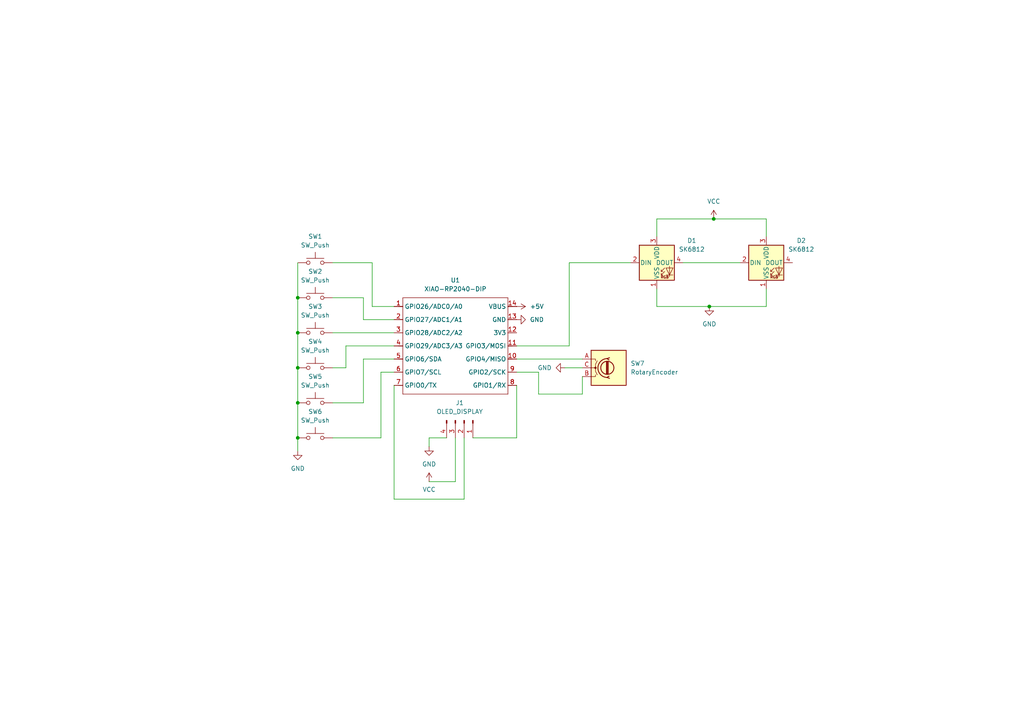
<source format=kicad_sch>
(kicad_sch
	(version 20250114)
	(generator "eeschema")
	(generator_version "9.0")
	(uuid "e04eef5b-2bd1-4446-aae7-5f594dbab82c")
	(paper "A4")
	(lib_symbols
		(symbol "Connector:Conn_01x04_Pin"
			(pin_names
				(offset 1.016)
				(hide yes)
			)
			(exclude_from_sim no)
			(in_bom yes)
			(on_board yes)
			(property "Reference" "J"
				(at 0 5.08 0)
				(effects
					(font
						(size 1.27 1.27)
					)
				)
			)
			(property "Value" "Conn_01x04_Pin"
				(at 0 -7.62 0)
				(effects
					(font
						(size 1.27 1.27)
					)
				)
			)
			(property "Footprint" ""
				(at 0 0 0)
				(effects
					(font
						(size 1.27 1.27)
					)
					(hide yes)
				)
			)
			(property "Datasheet" "~"
				(at 0 0 0)
				(effects
					(font
						(size 1.27 1.27)
					)
					(hide yes)
				)
			)
			(property "Description" "Generic connector, single row, 01x04, script generated"
				(at 0 0 0)
				(effects
					(font
						(size 1.27 1.27)
					)
					(hide yes)
				)
			)
			(property "ki_locked" ""
				(at 0 0 0)
				(effects
					(font
						(size 1.27 1.27)
					)
				)
			)
			(property "ki_keywords" "connector"
				(at 0 0 0)
				(effects
					(font
						(size 1.27 1.27)
					)
					(hide yes)
				)
			)
			(property "ki_fp_filters" "Connector*:*_1x??_*"
				(at 0 0 0)
				(effects
					(font
						(size 1.27 1.27)
					)
					(hide yes)
				)
			)
			(symbol "Conn_01x04_Pin_1_1"
				(rectangle
					(start 0.8636 2.667)
					(end 0 2.413)
					(stroke
						(width 0.1524)
						(type default)
					)
					(fill
						(type outline)
					)
				)
				(rectangle
					(start 0.8636 0.127)
					(end 0 -0.127)
					(stroke
						(width 0.1524)
						(type default)
					)
					(fill
						(type outline)
					)
				)
				(rectangle
					(start 0.8636 -2.413)
					(end 0 -2.667)
					(stroke
						(width 0.1524)
						(type default)
					)
					(fill
						(type outline)
					)
				)
				(rectangle
					(start 0.8636 -4.953)
					(end 0 -5.207)
					(stroke
						(width 0.1524)
						(type default)
					)
					(fill
						(type outline)
					)
				)
				(polyline
					(pts
						(xy 1.27 2.54) (xy 0.8636 2.54)
					)
					(stroke
						(width 0.1524)
						(type default)
					)
					(fill
						(type none)
					)
				)
				(polyline
					(pts
						(xy 1.27 0) (xy 0.8636 0)
					)
					(stroke
						(width 0.1524)
						(type default)
					)
					(fill
						(type none)
					)
				)
				(polyline
					(pts
						(xy 1.27 -2.54) (xy 0.8636 -2.54)
					)
					(stroke
						(width 0.1524)
						(type default)
					)
					(fill
						(type none)
					)
				)
				(polyline
					(pts
						(xy 1.27 -5.08) (xy 0.8636 -5.08)
					)
					(stroke
						(width 0.1524)
						(type default)
					)
					(fill
						(type none)
					)
				)
				(pin passive line
					(at 5.08 2.54 180)
					(length 3.81)
					(name "Pin_1"
						(effects
							(font
								(size 1.27 1.27)
							)
						)
					)
					(number "1"
						(effects
							(font
								(size 1.27 1.27)
							)
						)
					)
				)
				(pin passive line
					(at 5.08 0 180)
					(length 3.81)
					(name "Pin_2"
						(effects
							(font
								(size 1.27 1.27)
							)
						)
					)
					(number "2"
						(effects
							(font
								(size 1.27 1.27)
							)
						)
					)
				)
				(pin passive line
					(at 5.08 -2.54 180)
					(length 3.81)
					(name "Pin_3"
						(effects
							(font
								(size 1.27 1.27)
							)
						)
					)
					(number "3"
						(effects
							(font
								(size 1.27 1.27)
							)
						)
					)
				)
				(pin passive line
					(at 5.08 -5.08 180)
					(length 3.81)
					(name "Pin_4"
						(effects
							(font
								(size 1.27 1.27)
							)
						)
					)
					(number "4"
						(effects
							(font
								(size 1.27 1.27)
							)
						)
					)
				)
			)
			(embedded_fonts no)
		)
		(symbol "Device:RotaryEncoder"
			(pin_names
				(offset 0.254)
				(hide yes)
			)
			(exclude_from_sim no)
			(in_bom yes)
			(on_board yes)
			(property "Reference" "SW"
				(at 0 6.604 0)
				(effects
					(font
						(size 1.27 1.27)
					)
				)
			)
			(property "Value" "RotaryEncoder"
				(at 0 -6.604 0)
				(effects
					(font
						(size 1.27 1.27)
					)
				)
			)
			(property "Footprint" ""
				(at -3.81 4.064 0)
				(effects
					(font
						(size 1.27 1.27)
					)
					(hide yes)
				)
			)
			(property "Datasheet" "~"
				(at 0 6.604 0)
				(effects
					(font
						(size 1.27 1.27)
					)
					(hide yes)
				)
			)
			(property "Description" "Rotary encoder, dual channel, incremental quadrate outputs"
				(at 0 0 0)
				(effects
					(font
						(size 1.27 1.27)
					)
					(hide yes)
				)
			)
			(property "ki_keywords" "rotary switch encoder"
				(at 0 0 0)
				(effects
					(font
						(size 1.27 1.27)
					)
					(hide yes)
				)
			)
			(property "ki_fp_filters" "RotaryEncoder*"
				(at 0 0 0)
				(effects
					(font
						(size 1.27 1.27)
					)
					(hide yes)
				)
			)
			(symbol "RotaryEncoder_0_1"
				(rectangle
					(start -5.08 5.08)
					(end 5.08 -5.08)
					(stroke
						(width 0.254)
						(type default)
					)
					(fill
						(type background)
					)
				)
				(polyline
					(pts
						(xy -5.08 2.54) (xy -3.81 2.54) (xy -3.81 2.032)
					)
					(stroke
						(width 0)
						(type default)
					)
					(fill
						(type none)
					)
				)
				(polyline
					(pts
						(xy -5.08 0) (xy -3.81 0) (xy -3.81 -1.016) (xy -3.302 -2.032)
					)
					(stroke
						(width 0)
						(type default)
					)
					(fill
						(type none)
					)
				)
				(polyline
					(pts
						(xy -5.08 -2.54) (xy -3.81 -2.54) (xy -3.81 -2.032)
					)
					(stroke
						(width 0)
						(type default)
					)
					(fill
						(type none)
					)
				)
				(polyline
					(pts
						(xy -4.318 0) (xy -3.81 0) (xy -3.81 1.016) (xy -3.302 2.032)
					)
					(stroke
						(width 0)
						(type default)
					)
					(fill
						(type none)
					)
				)
				(circle
					(center -3.81 0)
					(radius 0.254)
					(stroke
						(width 0)
						(type default)
					)
					(fill
						(type outline)
					)
				)
				(polyline
					(pts
						(xy -0.635 -1.778) (xy -0.635 1.778)
					)
					(stroke
						(width 0.254)
						(type default)
					)
					(fill
						(type none)
					)
				)
				(circle
					(center -0.381 0)
					(radius 1.905)
					(stroke
						(width 0.254)
						(type default)
					)
					(fill
						(type none)
					)
				)
				(polyline
					(pts
						(xy -0.381 -1.778) (xy -0.381 1.778)
					)
					(stroke
						(width 0.254)
						(type default)
					)
					(fill
						(type none)
					)
				)
				(arc
					(start -0.381 -2.794)
					(mid -3.0988 -0.0635)
					(end -0.381 2.667)
					(stroke
						(width 0.254)
						(type default)
					)
					(fill
						(type none)
					)
				)
				(polyline
					(pts
						(xy -0.127 1.778) (xy -0.127 -1.778)
					)
					(stroke
						(width 0.254)
						(type default)
					)
					(fill
						(type none)
					)
				)
				(polyline
					(pts
						(xy 0.254 2.921) (xy -0.508 2.667) (xy 0.127 2.286)
					)
					(stroke
						(width 0.254)
						(type default)
					)
					(fill
						(type none)
					)
				)
				(polyline
					(pts
						(xy 0.254 -3.048) (xy -0.508 -2.794) (xy 0.127 -2.413)
					)
					(stroke
						(width 0.254)
						(type default)
					)
					(fill
						(type none)
					)
				)
			)
			(symbol "RotaryEncoder_1_1"
				(pin passive line
					(at -7.62 2.54 0)
					(length 2.54)
					(name "A"
						(effects
							(font
								(size 1.27 1.27)
							)
						)
					)
					(number "A"
						(effects
							(font
								(size 1.27 1.27)
							)
						)
					)
				)
				(pin passive line
					(at -7.62 0 0)
					(length 2.54)
					(name "C"
						(effects
							(font
								(size 1.27 1.27)
							)
						)
					)
					(number "C"
						(effects
							(font
								(size 1.27 1.27)
							)
						)
					)
				)
				(pin passive line
					(at -7.62 -2.54 0)
					(length 2.54)
					(name "B"
						(effects
							(font
								(size 1.27 1.27)
							)
						)
					)
					(number "B"
						(effects
							(font
								(size 1.27 1.27)
							)
						)
					)
				)
			)
			(embedded_fonts no)
		)
		(symbol "LED:SK6812"
			(pin_names
				(offset 0.254)
			)
			(exclude_from_sim no)
			(in_bom yes)
			(on_board yes)
			(property "Reference" "D"
				(at 5.08 5.715 0)
				(effects
					(font
						(size 1.27 1.27)
					)
					(justify right bottom)
				)
			)
			(property "Value" "SK6812"
				(at 1.27 -5.715 0)
				(effects
					(font
						(size 1.27 1.27)
					)
					(justify left top)
				)
			)
			(property "Footprint" "LED_SMD:LED_SK6812_PLCC4_5.0x5.0mm_P3.2mm"
				(at 1.27 -7.62 0)
				(effects
					(font
						(size 1.27 1.27)
					)
					(justify left top)
					(hide yes)
				)
			)
			(property "Datasheet" "https://cdn-shop.adafruit.com/product-files/1138/SK6812+LED+datasheet+.pdf"
				(at 2.54 -9.525 0)
				(effects
					(font
						(size 1.27 1.27)
					)
					(justify left top)
					(hide yes)
				)
			)
			(property "Description" "RGB LED with integrated controller"
				(at 0 0 0)
				(effects
					(font
						(size 1.27 1.27)
					)
					(hide yes)
				)
			)
			(property "ki_keywords" "RGB LED NeoPixel addressable"
				(at 0 0 0)
				(effects
					(font
						(size 1.27 1.27)
					)
					(hide yes)
				)
			)
			(property "ki_fp_filters" "LED*SK6812*PLCC*5.0x5.0mm*P3.2mm*"
				(at 0 0 0)
				(effects
					(font
						(size 1.27 1.27)
					)
					(hide yes)
				)
			)
			(symbol "SK6812_0_0"
				(text "RGB"
					(at 2.286 -4.191 0)
					(effects
						(font
							(size 0.762 0.762)
						)
					)
				)
			)
			(symbol "SK6812_0_1"
				(polyline
					(pts
						(xy 1.27 -2.54) (xy 1.778 -2.54)
					)
					(stroke
						(width 0)
						(type default)
					)
					(fill
						(type none)
					)
				)
				(polyline
					(pts
						(xy 1.27 -3.556) (xy 1.778 -3.556)
					)
					(stroke
						(width 0)
						(type default)
					)
					(fill
						(type none)
					)
				)
				(polyline
					(pts
						(xy 2.286 -1.524) (xy 1.27 -2.54) (xy 1.27 -2.032)
					)
					(stroke
						(width 0)
						(type default)
					)
					(fill
						(type none)
					)
				)
				(polyline
					(pts
						(xy 2.286 -2.54) (xy 1.27 -3.556) (xy 1.27 -3.048)
					)
					(stroke
						(width 0)
						(type default)
					)
					(fill
						(type none)
					)
				)
				(polyline
					(pts
						(xy 3.683 -1.016) (xy 3.683 -3.556) (xy 3.683 -4.064)
					)
					(stroke
						(width 0)
						(type default)
					)
					(fill
						(type none)
					)
				)
				(polyline
					(pts
						(xy 4.699 -1.524) (xy 2.667 -1.524) (xy 3.683 -3.556) (xy 4.699 -1.524)
					)
					(stroke
						(width 0)
						(type default)
					)
					(fill
						(type none)
					)
				)
				(polyline
					(pts
						(xy 4.699 -3.556) (xy 2.667 -3.556)
					)
					(stroke
						(width 0)
						(type default)
					)
					(fill
						(type none)
					)
				)
				(rectangle
					(start 5.08 5.08)
					(end -5.08 -5.08)
					(stroke
						(width 0.254)
						(type default)
					)
					(fill
						(type background)
					)
				)
			)
			(symbol "SK6812_1_1"
				(pin input line
					(at -7.62 0 0)
					(length 2.54)
					(name "DIN"
						(effects
							(font
								(size 1.27 1.27)
							)
						)
					)
					(number "2"
						(effects
							(font
								(size 1.27 1.27)
							)
						)
					)
				)
				(pin power_in line
					(at 0 7.62 270)
					(length 2.54)
					(name "VDD"
						(effects
							(font
								(size 1.27 1.27)
							)
						)
					)
					(number "3"
						(effects
							(font
								(size 1.27 1.27)
							)
						)
					)
				)
				(pin power_in line
					(at 0 -7.62 90)
					(length 2.54)
					(name "VSS"
						(effects
							(font
								(size 1.27 1.27)
							)
						)
					)
					(number "1"
						(effects
							(font
								(size 1.27 1.27)
							)
						)
					)
				)
				(pin output line
					(at 7.62 0 180)
					(length 2.54)
					(name "DOUT"
						(effects
							(font
								(size 1.27 1.27)
							)
						)
					)
					(number "4"
						(effects
							(font
								(size 1.27 1.27)
							)
						)
					)
				)
			)
			(embedded_fonts no)
		)
		(symbol "OPL Lib:XIAO-RP2040-DIP"
			(exclude_from_sim no)
			(in_bom yes)
			(on_board yes)
			(property "Reference" "U"
				(at 0 0 0)
				(effects
					(font
						(size 1.27 1.27)
					)
				)
			)
			(property "Value" "XIAO-RP2040-DIP"
				(at 5.334 -1.778 0)
				(effects
					(font
						(size 1.27 1.27)
					)
				)
			)
			(property "Footprint" "Module:MOUDLE14P-XIAO-DIP-SMD"
				(at 14.478 -32.258 0)
				(effects
					(font
						(size 1.27 1.27)
					)
					(hide yes)
				)
			)
			(property "Datasheet" ""
				(at 0 0 0)
				(effects
					(font
						(size 1.27 1.27)
					)
					(hide yes)
				)
			)
			(property "Description" ""
				(at 0 0 0)
				(effects
					(font
						(size 1.27 1.27)
					)
					(hide yes)
				)
			)
			(symbol "XIAO-RP2040-DIP_1_0"
				(polyline
					(pts
						(xy -1.27 -2.54) (xy 29.21 -2.54)
					)
					(stroke
						(width 0.1524)
						(type solid)
					)
					(fill
						(type none)
					)
				)
				(polyline
					(pts
						(xy -1.27 -5.08) (xy -2.54 -5.08)
					)
					(stroke
						(width 0.1524)
						(type solid)
					)
					(fill
						(type none)
					)
				)
				(polyline
					(pts
						(xy -1.27 -5.08) (xy -1.27 -2.54)
					)
					(stroke
						(width 0.1524)
						(type solid)
					)
					(fill
						(type none)
					)
				)
				(polyline
					(pts
						(xy -1.27 -8.89) (xy -2.54 -8.89)
					)
					(stroke
						(width 0.1524)
						(type solid)
					)
					(fill
						(type none)
					)
				)
				(polyline
					(pts
						(xy -1.27 -8.89) (xy -1.27 -5.08)
					)
					(stroke
						(width 0.1524)
						(type solid)
					)
					(fill
						(type none)
					)
				)
				(polyline
					(pts
						(xy -1.27 -12.7) (xy -2.54 -12.7)
					)
					(stroke
						(width 0.1524)
						(type solid)
					)
					(fill
						(type none)
					)
				)
				(polyline
					(pts
						(xy -1.27 -12.7) (xy -1.27 -8.89)
					)
					(stroke
						(width 0.1524)
						(type solid)
					)
					(fill
						(type none)
					)
				)
				(polyline
					(pts
						(xy -1.27 -16.51) (xy -2.54 -16.51)
					)
					(stroke
						(width 0.1524)
						(type solid)
					)
					(fill
						(type none)
					)
				)
				(polyline
					(pts
						(xy -1.27 -16.51) (xy -1.27 -12.7)
					)
					(stroke
						(width 0.1524)
						(type solid)
					)
					(fill
						(type none)
					)
				)
				(polyline
					(pts
						(xy -1.27 -20.32) (xy -2.54 -20.32)
					)
					(stroke
						(width 0.1524)
						(type solid)
					)
					(fill
						(type none)
					)
				)
				(polyline
					(pts
						(xy -1.27 -24.13) (xy -2.54 -24.13)
					)
					(stroke
						(width 0.1524)
						(type solid)
					)
					(fill
						(type none)
					)
				)
				(polyline
					(pts
						(xy -1.27 -27.94) (xy -2.54 -27.94)
					)
					(stroke
						(width 0.1524)
						(type solid)
					)
					(fill
						(type none)
					)
				)
				(polyline
					(pts
						(xy -1.27 -30.48) (xy -1.27 -16.51)
					)
					(stroke
						(width 0.1524)
						(type solid)
					)
					(fill
						(type none)
					)
				)
				(polyline
					(pts
						(xy 29.21 -2.54) (xy 29.21 -5.08)
					)
					(stroke
						(width 0.1524)
						(type solid)
					)
					(fill
						(type none)
					)
				)
				(polyline
					(pts
						(xy 29.21 -5.08) (xy 29.21 -8.89)
					)
					(stroke
						(width 0.1524)
						(type solid)
					)
					(fill
						(type none)
					)
				)
				(polyline
					(pts
						(xy 29.21 -8.89) (xy 29.21 -12.7)
					)
					(stroke
						(width 0.1524)
						(type solid)
					)
					(fill
						(type none)
					)
				)
				(polyline
					(pts
						(xy 29.21 -12.7) (xy 29.21 -30.48)
					)
					(stroke
						(width 0.1524)
						(type solid)
					)
					(fill
						(type none)
					)
				)
				(polyline
					(pts
						(xy 29.21 -30.48) (xy -1.27 -30.48)
					)
					(stroke
						(width 0.1524)
						(type solid)
					)
					(fill
						(type none)
					)
				)
				(polyline
					(pts
						(xy 30.48 -5.08) (xy 29.21 -5.08)
					)
					(stroke
						(width 0.1524)
						(type solid)
					)
					(fill
						(type none)
					)
				)
				(polyline
					(pts
						(xy 30.48 -8.89) (xy 29.21 -8.89)
					)
					(stroke
						(width 0.1524)
						(type solid)
					)
					(fill
						(type none)
					)
				)
				(polyline
					(pts
						(xy 30.48 -12.7) (xy 29.21 -12.7)
					)
					(stroke
						(width 0.1524)
						(type solid)
					)
					(fill
						(type none)
					)
				)
				(polyline
					(pts
						(xy 30.48 -16.51) (xy 29.21 -16.51)
					)
					(stroke
						(width 0.1524)
						(type solid)
					)
					(fill
						(type none)
					)
				)
				(polyline
					(pts
						(xy 30.48 -20.32) (xy 29.21 -20.32)
					)
					(stroke
						(width 0.1524)
						(type solid)
					)
					(fill
						(type none)
					)
				)
				(polyline
					(pts
						(xy 30.48 -24.13) (xy 29.21 -24.13)
					)
					(stroke
						(width 0.1524)
						(type solid)
					)
					(fill
						(type none)
					)
				)
				(polyline
					(pts
						(xy 30.48 -27.94) (xy 29.21 -27.94)
					)
					(stroke
						(width 0.1524)
						(type solid)
					)
					(fill
						(type none)
					)
				)
				(pin passive line
					(at -3.81 -5.08 0)
					(length 2.54)
					(name "GPIO26/ADC0/A0"
						(effects
							(font
								(size 1.27 1.27)
							)
						)
					)
					(number "1"
						(effects
							(font
								(size 1.27 1.27)
							)
						)
					)
				)
				(pin passive line
					(at -3.81 -8.89 0)
					(length 2.54)
					(name "GPIO27/ADC1/A1"
						(effects
							(font
								(size 1.27 1.27)
							)
						)
					)
					(number "2"
						(effects
							(font
								(size 1.27 1.27)
							)
						)
					)
				)
				(pin passive line
					(at -3.81 -12.7 0)
					(length 2.54)
					(name "GPIO28/ADC2/A2"
						(effects
							(font
								(size 1.27 1.27)
							)
						)
					)
					(number "3"
						(effects
							(font
								(size 1.27 1.27)
							)
						)
					)
				)
				(pin passive line
					(at -3.81 -16.51 0)
					(length 2.54)
					(name "GPIO29/ADC3/A3"
						(effects
							(font
								(size 1.27 1.27)
							)
						)
					)
					(number "4"
						(effects
							(font
								(size 1.27 1.27)
							)
						)
					)
				)
				(pin passive line
					(at -3.81 -20.32 0)
					(length 2.54)
					(name "GPIO6/SDA"
						(effects
							(font
								(size 1.27 1.27)
							)
						)
					)
					(number "5"
						(effects
							(font
								(size 1.27 1.27)
							)
						)
					)
				)
				(pin passive line
					(at -3.81 -24.13 0)
					(length 2.54)
					(name "GPIO7/SCL"
						(effects
							(font
								(size 1.27 1.27)
							)
						)
					)
					(number "6"
						(effects
							(font
								(size 1.27 1.27)
							)
						)
					)
				)
				(pin passive line
					(at -3.81 -27.94 0)
					(length 2.54)
					(name "GPIO0/TX"
						(effects
							(font
								(size 1.27 1.27)
							)
						)
					)
					(number "7"
						(effects
							(font
								(size 1.27 1.27)
							)
						)
					)
				)
				(pin passive line
					(at 31.75 -5.08 180)
					(length 2.54)
					(name "VBUS"
						(effects
							(font
								(size 1.27 1.27)
							)
						)
					)
					(number "14"
						(effects
							(font
								(size 1.27 1.27)
							)
						)
					)
				)
				(pin passive line
					(at 31.75 -8.89 180)
					(length 2.54)
					(name "GND"
						(effects
							(font
								(size 1.27 1.27)
							)
						)
					)
					(number "13"
						(effects
							(font
								(size 1.27 1.27)
							)
						)
					)
				)
				(pin passive line
					(at 31.75 -12.7 180)
					(length 2.54)
					(name "3V3"
						(effects
							(font
								(size 1.27 1.27)
							)
						)
					)
					(number "12"
						(effects
							(font
								(size 1.27 1.27)
							)
						)
					)
				)
				(pin passive line
					(at 31.75 -16.51 180)
					(length 2.54)
					(name "GPIO3/MOSI"
						(effects
							(font
								(size 1.27 1.27)
							)
						)
					)
					(number "11"
						(effects
							(font
								(size 1.27 1.27)
							)
						)
					)
				)
				(pin passive line
					(at 31.75 -20.32 180)
					(length 2.54)
					(name "GPIO4/MISO"
						(effects
							(font
								(size 1.27 1.27)
							)
						)
					)
					(number "10"
						(effects
							(font
								(size 1.27 1.27)
							)
						)
					)
				)
				(pin passive line
					(at 31.75 -24.13 180)
					(length 2.54)
					(name "GPIO2/SCK"
						(effects
							(font
								(size 1.27 1.27)
							)
						)
					)
					(number "9"
						(effects
							(font
								(size 1.27 1.27)
							)
						)
					)
				)
				(pin passive line
					(at 31.75 -27.94 180)
					(length 2.54)
					(name "GPIO1/RX"
						(effects
							(font
								(size 1.27 1.27)
							)
						)
					)
					(number "8"
						(effects
							(font
								(size 1.27 1.27)
							)
						)
					)
				)
			)
			(embedded_fonts no)
		)
		(symbol "Switch:SW_Push"
			(pin_numbers
				(hide yes)
			)
			(pin_names
				(offset 1.016)
				(hide yes)
			)
			(exclude_from_sim no)
			(in_bom yes)
			(on_board yes)
			(property "Reference" "SW"
				(at 1.27 2.54 0)
				(effects
					(font
						(size 1.27 1.27)
					)
					(justify left)
				)
			)
			(property "Value" "SW_Push"
				(at 0 -1.524 0)
				(effects
					(font
						(size 1.27 1.27)
					)
				)
			)
			(property "Footprint" ""
				(at 0 5.08 0)
				(effects
					(font
						(size 1.27 1.27)
					)
					(hide yes)
				)
			)
			(property "Datasheet" "~"
				(at 0 5.08 0)
				(effects
					(font
						(size 1.27 1.27)
					)
					(hide yes)
				)
			)
			(property "Description" "Push button switch, generic, two pins"
				(at 0 0 0)
				(effects
					(font
						(size 1.27 1.27)
					)
					(hide yes)
				)
			)
			(property "ki_keywords" "switch normally-open pushbutton push-button"
				(at 0 0 0)
				(effects
					(font
						(size 1.27 1.27)
					)
					(hide yes)
				)
			)
			(symbol "SW_Push_0_1"
				(circle
					(center -2.032 0)
					(radius 0.508)
					(stroke
						(width 0)
						(type default)
					)
					(fill
						(type none)
					)
				)
				(polyline
					(pts
						(xy 0 1.27) (xy 0 3.048)
					)
					(stroke
						(width 0)
						(type default)
					)
					(fill
						(type none)
					)
				)
				(circle
					(center 2.032 0)
					(radius 0.508)
					(stroke
						(width 0)
						(type default)
					)
					(fill
						(type none)
					)
				)
				(polyline
					(pts
						(xy 2.54 1.27) (xy -2.54 1.27)
					)
					(stroke
						(width 0)
						(type default)
					)
					(fill
						(type none)
					)
				)
				(pin passive line
					(at -5.08 0 0)
					(length 2.54)
					(name "1"
						(effects
							(font
								(size 1.27 1.27)
							)
						)
					)
					(number "1"
						(effects
							(font
								(size 1.27 1.27)
							)
						)
					)
				)
				(pin passive line
					(at 5.08 0 180)
					(length 2.54)
					(name "2"
						(effects
							(font
								(size 1.27 1.27)
							)
						)
					)
					(number "2"
						(effects
							(font
								(size 1.27 1.27)
							)
						)
					)
				)
			)
			(embedded_fonts no)
		)
		(symbol "power:+5V"
			(power)
			(pin_numbers
				(hide yes)
			)
			(pin_names
				(offset 0)
				(hide yes)
			)
			(exclude_from_sim no)
			(in_bom yes)
			(on_board yes)
			(property "Reference" "#PWR"
				(at 0 -3.81 0)
				(effects
					(font
						(size 1.27 1.27)
					)
					(hide yes)
				)
			)
			(property "Value" "+5V"
				(at 0 3.556 0)
				(effects
					(font
						(size 1.27 1.27)
					)
				)
			)
			(property "Footprint" ""
				(at 0 0 0)
				(effects
					(font
						(size 1.27 1.27)
					)
					(hide yes)
				)
			)
			(property "Datasheet" ""
				(at 0 0 0)
				(effects
					(font
						(size 1.27 1.27)
					)
					(hide yes)
				)
			)
			(property "Description" "Power symbol creates a global label with name \"+5V\""
				(at 0 0 0)
				(effects
					(font
						(size 1.27 1.27)
					)
					(hide yes)
				)
			)
			(property "ki_keywords" "global power"
				(at 0 0 0)
				(effects
					(font
						(size 1.27 1.27)
					)
					(hide yes)
				)
			)
			(symbol "+5V_0_1"
				(polyline
					(pts
						(xy -0.762 1.27) (xy 0 2.54)
					)
					(stroke
						(width 0)
						(type default)
					)
					(fill
						(type none)
					)
				)
				(polyline
					(pts
						(xy 0 2.54) (xy 0.762 1.27)
					)
					(stroke
						(width 0)
						(type default)
					)
					(fill
						(type none)
					)
				)
				(polyline
					(pts
						(xy 0 0) (xy 0 2.54)
					)
					(stroke
						(width 0)
						(type default)
					)
					(fill
						(type none)
					)
				)
			)
			(symbol "+5V_1_1"
				(pin power_in line
					(at 0 0 90)
					(length 0)
					(name "~"
						(effects
							(font
								(size 1.27 1.27)
							)
						)
					)
					(number "1"
						(effects
							(font
								(size 1.27 1.27)
							)
						)
					)
				)
			)
			(embedded_fonts no)
		)
		(symbol "power:GND"
			(power)
			(pin_numbers
				(hide yes)
			)
			(pin_names
				(offset 0)
				(hide yes)
			)
			(exclude_from_sim no)
			(in_bom yes)
			(on_board yes)
			(property "Reference" "#PWR"
				(at 0 -6.35 0)
				(effects
					(font
						(size 1.27 1.27)
					)
					(hide yes)
				)
			)
			(property "Value" "GND"
				(at 0 -3.81 0)
				(effects
					(font
						(size 1.27 1.27)
					)
				)
			)
			(property "Footprint" ""
				(at 0 0 0)
				(effects
					(font
						(size 1.27 1.27)
					)
					(hide yes)
				)
			)
			(property "Datasheet" ""
				(at 0 0 0)
				(effects
					(font
						(size 1.27 1.27)
					)
					(hide yes)
				)
			)
			(property "Description" "Power symbol creates a global label with name \"GND\" , ground"
				(at 0 0 0)
				(effects
					(font
						(size 1.27 1.27)
					)
					(hide yes)
				)
			)
			(property "ki_keywords" "global power"
				(at 0 0 0)
				(effects
					(font
						(size 1.27 1.27)
					)
					(hide yes)
				)
			)
			(symbol "GND_0_1"
				(polyline
					(pts
						(xy 0 0) (xy 0 -1.27) (xy 1.27 -1.27) (xy 0 -2.54) (xy -1.27 -1.27) (xy 0 -1.27)
					)
					(stroke
						(width 0)
						(type default)
					)
					(fill
						(type none)
					)
				)
			)
			(symbol "GND_1_1"
				(pin power_in line
					(at 0 0 270)
					(length 0)
					(name "~"
						(effects
							(font
								(size 1.27 1.27)
							)
						)
					)
					(number "1"
						(effects
							(font
								(size 1.27 1.27)
							)
						)
					)
				)
			)
			(embedded_fonts no)
		)
		(symbol "power:VCC"
			(power)
			(pin_numbers
				(hide yes)
			)
			(pin_names
				(offset 0)
				(hide yes)
			)
			(exclude_from_sim no)
			(in_bom yes)
			(on_board yes)
			(property "Reference" "#PWR"
				(at 0 -3.81 0)
				(effects
					(font
						(size 1.27 1.27)
					)
					(hide yes)
				)
			)
			(property "Value" "VCC"
				(at 0 3.556 0)
				(effects
					(font
						(size 1.27 1.27)
					)
				)
			)
			(property "Footprint" ""
				(at 0 0 0)
				(effects
					(font
						(size 1.27 1.27)
					)
					(hide yes)
				)
			)
			(property "Datasheet" ""
				(at 0 0 0)
				(effects
					(font
						(size 1.27 1.27)
					)
					(hide yes)
				)
			)
			(property "Description" "Power symbol creates a global label with name \"VCC\""
				(at 0 0 0)
				(effects
					(font
						(size 1.27 1.27)
					)
					(hide yes)
				)
			)
			(property "ki_keywords" "global power"
				(at 0 0 0)
				(effects
					(font
						(size 1.27 1.27)
					)
					(hide yes)
				)
			)
			(symbol "VCC_0_1"
				(polyline
					(pts
						(xy -0.762 1.27) (xy 0 2.54)
					)
					(stroke
						(width 0)
						(type default)
					)
					(fill
						(type none)
					)
				)
				(polyline
					(pts
						(xy 0 2.54) (xy 0.762 1.27)
					)
					(stroke
						(width 0)
						(type default)
					)
					(fill
						(type none)
					)
				)
				(polyline
					(pts
						(xy 0 0) (xy 0 2.54)
					)
					(stroke
						(width 0)
						(type default)
					)
					(fill
						(type none)
					)
				)
			)
			(symbol "VCC_1_1"
				(pin power_in line
					(at 0 0 90)
					(length 0)
					(name "~"
						(effects
							(font
								(size 1.27 1.27)
							)
						)
					)
					(number "1"
						(effects
							(font
								(size 1.27 1.27)
							)
						)
					)
				)
			)
			(embedded_fonts no)
		)
	)
	(junction
		(at 86.36 127)
		(diameter 0)
		(color 0 0 0 0)
		(uuid "0f3e0eb0-c9e0-4327-92d2-dad06924e2f3")
	)
	(junction
		(at 86.36 106.68)
		(diameter 0)
		(color 0 0 0 0)
		(uuid "30f3c2b8-d72d-4ff0-b00b-f6fa74616a8d")
	)
	(junction
		(at 86.36 96.52)
		(diameter 0)
		(color 0 0 0 0)
		(uuid "61850da9-0518-4e5c-9f7e-72e714f2efd0")
	)
	(junction
		(at 86.36 116.84)
		(diameter 0)
		(color 0 0 0 0)
		(uuid "81eba32d-b120-4309-bc1d-8beb11566921")
	)
	(junction
		(at 205.74 88.9)
		(diameter 0)
		(color 0 0 0 0)
		(uuid "9a2c135b-69af-4d3d-a007-491c147f7f5d")
	)
	(junction
		(at 207.01 63.5)
		(diameter 0)
		(color 0 0 0 0)
		(uuid "cfe80d7f-ab0e-4b57-93a2-444d23bfc523")
	)
	(junction
		(at 86.36 86.36)
		(diameter 0)
		(color 0 0 0 0)
		(uuid "f8f248ae-caf2-429d-a913-1b586268bf2b")
	)
	(wire
		(pts
			(xy 100.33 106.68) (xy 96.52 106.68)
		)
		(stroke
			(width 0)
			(type default)
		)
		(uuid "00fb67da-ec76-409b-80fc-866c8250672e")
	)
	(wire
		(pts
			(xy 105.41 86.36) (xy 96.52 86.36)
		)
		(stroke
			(width 0)
			(type default)
		)
		(uuid "07b92e58-78d1-4186-992a-ba0b4953503e")
	)
	(wire
		(pts
			(xy 124.46 129.54) (xy 124.46 127)
		)
		(stroke
			(width 0)
			(type default)
		)
		(uuid "1826823e-849f-4ac6-ae70-b44c6d8b9067")
	)
	(wire
		(pts
			(xy 114.3 92.71) (xy 105.41 92.71)
		)
		(stroke
			(width 0)
			(type default)
		)
		(uuid "18757d3a-8b04-4e2a-9b3b-796f2f9d9f10")
	)
	(wire
		(pts
			(xy 86.36 106.68) (xy 86.36 116.84)
		)
		(stroke
			(width 0)
			(type default)
		)
		(uuid "1b089739-bb58-49ef-ba55-09824bd08a52")
	)
	(wire
		(pts
			(xy 107.95 88.9) (xy 107.95 76.2)
		)
		(stroke
			(width 0)
			(type default)
		)
		(uuid "1d3d6f74-c0ba-4b52-bdec-e4edc5605f8f")
	)
	(wire
		(pts
			(xy 100.33 100.33) (xy 100.33 106.68)
		)
		(stroke
			(width 0)
			(type default)
		)
		(uuid "1e3517a9-ddc3-4648-8e7e-188c4aee7482")
	)
	(wire
		(pts
			(xy 149.86 127) (xy 149.86 111.76)
		)
		(stroke
			(width 0)
			(type default)
		)
		(uuid "1f06804c-2e8f-47b9-9520-bdeec14bcbcf")
	)
	(wire
		(pts
			(xy 165.1 76.2) (xy 165.1 100.33)
		)
		(stroke
			(width 0)
			(type default)
		)
		(uuid "1fbe2749-0eb0-48f0-a65e-4982db214fea")
	)
	(wire
		(pts
			(xy 105.41 104.14) (xy 105.41 116.84)
		)
		(stroke
			(width 0)
			(type default)
		)
		(uuid "21611073-c740-45b5-86fb-6bc506f014df")
	)
	(wire
		(pts
			(xy 163.83 106.68) (xy 168.91 106.68)
		)
		(stroke
			(width 0)
			(type default)
		)
		(uuid "2d6188f2-632b-4927-bab7-6220cac21f38")
	)
	(wire
		(pts
			(xy 114.3 107.95) (xy 110.49 107.95)
		)
		(stroke
			(width 0)
			(type default)
		)
		(uuid "2eca93c0-37a3-4a69-a958-15e209f0050f")
	)
	(wire
		(pts
			(xy 149.86 104.14) (xy 168.91 104.14)
		)
		(stroke
			(width 0)
			(type default)
		)
		(uuid "366d8feb-af8d-4b61-9009-6569d1708d3a")
	)
	(wire
		(pts
			(xy 207.01 63.5) (xy 190.5 63.5)
		)
		(stroke
			(width 0)
			(type default)
		)
		(uuid "3d01c94d-a2ff-4661-96ca-6da7298e34e6")
	)
	(wire
		(pts
			(xy 114.3 88.9) (xy 107.95 88.9)
		)
		(stroke
			(width 0)
			(type default)
		)
		(uuid "41647db9-1ddb-45c9-9dcb-dd873ee0f7fb")
	)
	(wire
		(pts
			(xy 105.41 116.84) (xy 96.52 116.84)
		)
		(stroke
			(width 0)
			(type default)
		)
		(uuid "429f5304-9647-4a3c-97b5-da8c591a73c9")
	)
	(wire
		(pts
			(xy 96.52 96.52) (xy 114.3 96.52)
		)
		(stroke
			(width 0)
			(type default)
		)
		(uuid "4e2ffb8b-8253-4ead-a182-36239f479ec8")
	)
	(wire
		(pts
			(xy 86.36 76.2) (xy 86.36 86.36)
		)
		(stroke
			(width 0)
			(type default)
		)
		(uuid "50245303-b5d0-4b2e-9678-3d5d0a2ddca5")
	)
	(wire
		(pts
			(xy 132.08 127) (xy 132.08 139.7)
		)
		(stroke
			(width 0)
			(type default)
		)
		(uuid "5065c130-7c77-46c9-8e3d-33118b01b391")
	)
	(wire
		(pts
			(xy 156.21 114.3) (xy 168.91 114.3)
		)
		(stroke
			(width 0)
			(type default)
		)
		(uuid "541f8a6f-c6db-44b1-a2c6-20e39f6b6ca9")
	)
	(wire
		(pts
			(xy 107.95 76.2) (xy 96.52 76.2)
		)
		(stroke
			(width 0)
			(type default)
		)
		(uuid "56853442-302f-4749-bc8a-0083bd151c02")
	)
	(wire
		(pts
			(xy 114.3 104.14) (xy 105.41 104.14)
		)
		(stroke
			(width 0)
			(type default)
		)
		(uuid "6538cc41-1169-4ba7-a398-0c589a12d15c")
	)
	(wire
		(pts
			(xy 198.12 76.2) (xy 214.63 76.2)
		)
		(stroke
			(width 0)
			(type default)
		)
		(uuid "74a2cc0b-f61a-4898-82fa-870fdff685d7")
	)
	(wire
		(pts
			(xy 165.1 76.2) (xy 182.88 76.2)
		)
		(stroke
			(width 0)
			(type default)
		)
		(uuid "752a14b7-ac80-4ef1-af34-649fbc862579")
	)
	(wire
		(pts
			(xy 124.46 127) (xy 129.54 127)
		)
		(stroke
			(width 0)
			(type default)
		)
		(uuid "79cfa01e-9842-4680-98a0-21d3c43bee34")
	)
	(wire
		(pts
			(xy 110.49 107.95) (xy 110.49 127)
		)
		(stroke
			(width 0)
			(type default)
		)
		(uuid "831f892c-767a-4a94-9725-295bc0925d43")
	)
	(wire
		(pts
			(xy 156.21 107.95) (xy 156.21 114.3)
		)
		(stroke
			(width 0)
			(type default)
		)
		(uuid "874bbb4f-c317-456e-ba5e-95e9ec6b9c13")
	)
	(wire
		(pts
			(xy 222.25 83.82) (xy 222.25 88.9)
		)
		(stroke
			(width 0)
			(type default)
		)
		(uuid "9135c053-1374-4d28-b567-0b2d30fa5709")
	)
	(wire
		(pts
			(xy 86.36 127) (xy 86.36 130.81)
		)
		(stroke
			(width 0)
			(type default)
		)
		(uuid "9854ee78-5e83-4d7e-b213-792a16d5dc48")
	)
	(wire
		(pts
			(xy 134.62 144.78) (xy 114.3 144.78)
		)
		(stroke
			(width 0)
			(type default)
		)
		(uuid "a03d3319-2b4a-4c93-a1da-53f57a59c28d")
	)
	(wire
		(pts
			(xy 149.86 107.95) (xy 156.21 107.95)
		)
		(stroke
			(width 0)
			(type default)
		)
		(uuid "a4e28012-7b77-4c0f-ae1d-bcc7612939b1")
	)
	(wire
		(pts
			(xy 222.25 63.5) (xy 207.01 63.5)
		)
		(stroke
			(width 0)
			(type default)
		)
		(uuid "a62a3f85-e524-4451-86de-e23c249a162a")
	)
	(wire
		(pts
			(xy 114.3 100.33) (xy 100.33 100.33)
		)
		(stroke
			(width 0)
			(type default)
		)
		(uuid "ace773e2-5b7a-40e5-bdb9-656d08abe777")
	)
	(wire
		(pts
			(xy 105.41 92.71) (xy 105.41 86.36)
		)
		(stroke
			(width 0)
			(type default)
		)
		(uuid "af324c66-c0a9-4d80-92d0-dd6ae38d1c84")
	)
	(wire
		(pts
			(xy 114.3 111.76) (xy 114.3 144.78)
		)
		(stroke
			(width 0)
			(type default)
		)
		(uuid "b2247bc4-4b37-4754-973b-ea0c15cc312a")
	)
	(wire
		(pts
			(xy 137.16 127) (xy 149.86 127)
		)
		(stroke
			(width 0)
			(type default)
		)
		(uuid "b529dce7-6357-463c-b045-7f986fb9e3d7")
	)
	(wire
		(pts
			(xy 205.74 88.9) (xy 222.25 88.9)
		)
		(stroke
			(width 0)
			(type default)
		)
		(uuid "c5aff7da-3010-4551-86ee-ed4341eb1244")
	)
	(wire
		(pts
			(xy 168.91 114.3) (xy 168.91 109.22)
		)
		(stroke
			(width 0)
			(type default)
		)
		(uuid "c8a075ad-010e-44ee-96a9-32457a8f4d3b")
	)
	(wire
		(pts
			(xy 190.5 63.5) (xy 190.5 68.58)
		)
		(stroke
			(width 0)
			(type default)
		)
		(uuid "cc393884-2b73-4199-976d-c9d62d3d4b0d")
	)
	(wire
		(pts
			(xy 86.36 86.36) (xy 86.36 96.52)
		)
		(stroke
			(width 0)
			(type default)
		)
		(uuid "cc8b8173-d819-41eb-888e-01f06df9bfca")
	)
	(wire
		(pts
			(xy 110.49 127) (xy 96.52 127)
		)
		(stroke
			(width 0)
			(type default)
		)
		(uuid "d4895b6d-f15a-4b1b-8d0c-83b289077673")
	)
	(wire
		(pts
			(xy 165.1 100.33) (xy 149.86 100.33)
		)
		(stroke
			(width 0)
			(type default)
		)
		(uuid "de261b46-f617-4345-9461-d7dde880d1d9")
	)
	(wire
		(pts
			(xy 124.46 139.7) (xy 132.08 139.7)
		)
		(stroke
			(width 0)
			(type default)
		)
		(uuid "de6a0f33-f4fc-45cb-a4de-76220227f3e2")
	)
	(wire
		(pts
			(xy 190.5 88.9) (xy 205.74 88.9)
		)
		(stroke
			(width 0)
			(type default)
		)
		(uuid "e2f4fc45-c906-4fb2-a0fe-24d47096cfd1")
	)
	(wire
		(pts
			(xy 222.25 68.58) (xy 222.25 63.5)
		)
		(stroke
			(width 0)
			(type default)
		)
		(uuid "e406df44-4475-44ed-9a43-2b7165f947cc")
	)
	(wire
		(pts
			(xy 86.36 96.52) (xy 86.36 106.68)
		)
		(stroke
			(width 0)
			(type default)
		)
		(uuid "ec2e376b-4016-4427-9200-825a97a96caf")
	)
	(wire
		(pts
			(xy 86.36 116.84) (xy 86.36 127)
		)
		(stroke
			(width 0)
			(type default)
		)
		(uuid "ee313007-555e-4f8b-b0c6-1117c54c21b0")
	)
	(wire
		(pts
			(xy 190.5 83.82) (xy 190.5 88.9)
		)
		(stroke
			(width 0)
			(type default)
		)
		(uuid "f944713e-07b4-43a8-8839-78df81a0c589")
	)
	(wire
		(pts
			(xy 134.62 127) (xy 134.62 144.78)
		)
		(stroke
			(width 0)
			(type default)
		)
		(uuid "ff38c280-8a6c-4b5d-9bb0-13beb2631496")
	)
	(symbol
		(lib_id "power:VCC")
		(at 207.01 63.5 0)
		(unit 1)
		(exclude_from_sim no)
		(in_bom yes)
		(on_board yes)
		(dnp no)
		(fields_autoplaced yes)
		(uuid "02873315-4c64-40b6-ac55-b6033df3271b")
		(property "Reference" "#PWR08"
			(at 207.01 67.31 0)
			(effects
				(font
					(size 1.27 1.27)
				)
				(hide yes)
			)
		)
		(property "Value" "VCC"
			(at 207.01 58.42 0)
			(effects
				(font
					(size 1.27 1.27)
				)
			)
		)
		(property "Footprint" ""
			(at 207.01 63.5 0)
			(effects
				(font
					(size 1.27 1.27)
				)
				(hide yes)
			)
		)
		(property "Datasheet" ""
			(at 207.01 63.5 0)
			(effects
				(font
					(size 1.27 1.27)
				)
				(hide yes)
			)
		)
		(property "Description" "Power symbol creates a global label with name \"VCC\""
			(at 207.01 63.5 0)
			(effects
				(font
					(size 1.27 1.27)
				)
				(hide yes)
			)
		)
		(pin "1"
			(uuid "be865304-7f54-4c19-8241-528bd033d716")
		)
		(instances
			(project ""
				(path "/e04eef5b-2bd1-4446-aae7-5f594dbab82c"
					(reference "#PWR08")
					(unit 1)
				)
			)
		)
	)
	(symbol
		(lib_id "power:GND")
		(at 149.86 92.71 90)
		(unit 1)
		(exclude_from_sim no)
		(in_bom yes)
		(on_board yes)
		(dnp no)
		(fields_autoplaced yes)
		(uuid "032b505e-c423-405c-aaef-f9dcfad6b357")
		(property "Reference" "#PWR02"
			(at 156.21 92.71 0)
			(effects
				(font
					(size 1.27 1.27)
				)
				(hide yes)
			)
		)
		(property "Value" "GND"
			(at 153.67 92.7099 90)
			(effects
				(font
					(size 1.27 1.27)
				)
				(justify right)
			)
		)
		(property "Footprint" ""
			(at 149.86 92.71 0)
			(effects
				(font
					(size 1.27 1.27)
				)
				(hide yes)
			)
		)
		(property "Datasheet" ""
			(at 149.86 92.71 0)
			(effects
				(font
					(size 1.27 1.27)
				)
				(hide yes)
			)
		)
		(property "Description" "Power symbol creates a global label with name \"GND\" , ground"
			(at 149.86 92.71 0)
			(effects
				(font
					(size 1.27 1.27)
				)
				(hide yes)
			)
		)
		(pin "1"
			(uuid "eb17c8a0-79eb-4f3a-9a68-e3a6c5c064fb")
		)
		(instances
			(project ""
				(path "/e04eef5b-2bd1-4446-aae7-5f594dbab82c"
					(reference "#PWR02")
					(unit 1)
				)
			)
		)
	)
	(symbol
		(lib_id "Switch:SW_Push")
		(at 91.44 127 0)
		(unit 1)
		(exclude_from_sim no)
		(in_bom yes)
		(on_board yes)
		(dnp no)
		(fields_autoplaced yes)
		(uuid "0dbda32a-32d1-4228-bf24-592aca6993de")
		(property "Reference" "SW6"
			(at 91.44 119.38 0)
			(effects
				(font
					(size 1.27 1.27)
				)
			)
		)
		(property "Value" "SW_Push"
			(at 91.44 121.92 0)
			(effects
				(font
					(size 1.27 1.27)
				)
			)
		)
		(property "Footprint" "Button_Switch_Keyboard:SW_Cherry_MX_1.00u_PCB"
			(at 91.44 121.92 0)
			(effects
				(font
					(size 1.27 1.27)
				)
				(hide yes)
			)
		)
		(property "Datasheet" "~"
			(at 91.44 121.92 0)
			(effects
				(font
					(size 1.27 1.27)
				)
				(hide yes)
			)
		)
		(property "Description" "Push button switch, generic, two pins"
			(at 91.44 127 0)
			(effects
				(font
					(size 1.27 1.27)
				)
				(hide yes)
			)
		)
		(pin "1"
			(uuid "3581d9cf-a5ce-4bb8-9ae1-8d7060bd8b32")
		)
		(pin "2"
			(uuid "a68721a4-c795-47ae-b756-b49cb5d1b45e")
		)
		(instances
			(project "MicroPad actual"
				(path "/e04eef5b-2bd1-4446-aae7-5f594dbab82c"
					(reference "SW6")
					(unit 1)
				)
			)
		)
	)
	(symbol
		(lib_id "power:GND")
		(at 86.36 130.81 0)
		(unit 1)
		(exclude_from_sim no)
		(in_bom yes)
		(on_board yes)
		(dnp no)
		(fields_autoplaced yes)
		(uuid "5f0baf66-5ca5-4b82-bc82-94633e355bc2")
		(property "Reference" "#PWR01"
			(at 86.36 137.16 0)
			(effects
				(font
					(size 1.27 1.27)
				)
				(hide yes)
			)
		)
		(property "Value" "GND"
			(at 86.36 135.89 0)
			(effects
				(font
					(size 1.27 1.27)
				)
			)
		)
		(property "Footprint" ""
			(at 86.36 130.81 0)
			(effects
				(font
					(size 1.27 1.27)
				)
				(hide yes)
			)
		)
		(property "Datasheet" ""
			(at 86.36 130.81 0)
			(effects
				(font
					(size 1.27 1.27)
				)
				(hide yes)
			)
		)
		(property "Description" "Power symbol creates a global label with name \"GND\" , ground"
			(at 86.36 130.81 0)
			(effects
				(font
					(size 1.27 1.27)
				)
				(hide yes)
			)
		)
		(pin "1"
			(uuid "daf59edc-637d-4644-bd22-7461d0af0399")
		)
		(instances
			(project ""
				(path "/e04eef5b-2bd1-4446-aae7-5f594dbab82c"
					(reference "#PWR01")
					(unit 1)
				)
			)
		)
	)
	(symbol
		(lib_id "Switch:SW_Push")
		(at 91.44 106.68 0)
		(unit 1)
		(exclude_from_sim no)
		(in_bom yes)
		(on_board yes)
		(dnp no)
		(fields_autoplaced yes)
		(uuid "65741f31-a9d5-458a-976b-c048144f0c7e")
		(property "Reference" "SW4"
			(at 91.44 99.06 0)
			(effects
				(font
					(size 1.27 1.27)
				)
			)
		)
		(property "Value" "SW_Push"
			(at 91.44 101.6 0)
			(effects
				(font
					(size 1.27 1.27)
				)
			)
		)
		(property "Footprint" "Button_Switch_Keyboard:SW_Cherry_MX_1.00u_PCB"
			(at 91.44 101.6 0)
			(effects
				(font
					(size 1.27 1.27)
				)
				(hide yes)
			)
		)
		(property "Datasheet" "~"
			(at 91.44 101.6 0)
			(effects
				(font
					(size 1.27 1.27)
				)
				(hide yes)
			)
		)
		(property "Description" "Push button switch, generic, two pins"
			(at 91.44 106.68 0)
			(effects
				(font
					(size 1.27 1.27)
				)
				(hide yes)
			)
		)
		(pin "1"
			(uuid "ab565b84-db2c-4356-b230-0c0f349749a0")
		)
		(pin "2"
			(uuid "983a6099-03ee-4678-a452-04c817f01e89")
		)
		(instances
			(project "MicroPad actual"
				(path "/e04eef5b-2bd1-4446-aae7-5f594dbab82c"
					(reference "SW4")
					(unit 1)
				)
			)
		)
	)
	(symbol
		(lib_id "power:GND")
		(at 124.46 129.54 0)
		(unit 1)
		(exclude_from_sim no)
		(in_bom yes)
		(on_board yes)
		(dnp no)
		(fields_autoplaced yes)
		(uuid "715d3246-f815-4af2-9cec-5947bca24086")
		(property "Reference" "#PWR04"
			(at 124.46 135.89 0)
			(effects
				(font
					(size 1.27 1.27)
				)
				(hide yes)
			)
		)
		(property "Value" "GND"
			(at 124.46 134.62 0)
			(effects
				(font
					(size 1.27 1.27)
				)
			)
		)
		(property "Footprint" ""
			(at 124.46 129.54 0)
			(effects
				(font
					(size 1.27 1.27)
				)
				(hide yes)
			)
		)
		(property "Datasheet" ""
			(at 124.46 129.54 0)
			(effects
				(font
					(size 1.27 1.27)
				)
				(hide yes)
			)
		)
		(property "Description" "Power symbol creates a global label with name \"GND\" , ground"
			(at 124.46 129.54 0)
			(effects
				(font
					(size 1.27 1.27)
				)
				(hide yes)
			)
		)
		(pin "1"
			(uuid "cc838e83-455b-42b0-b12e-4f1f67d07cf2")
		)
		(instances
			(project ""
				(path "/e04eef5b-2bd1-4446-aae7-5f594dbab82c"
					(reference "#PWR04")
					(unit 1)
				)
			)
		)
	)
	(symbol
		(lib_id "Switch:SW_Push")
		(at 91.44 96.52 0)
		(unit 1)
		(exclude_from_sim no)
		(in_bom yes)
		(on_board yes)
		(dnp no)
		(fields_autoplaced yes)
		(uuid "773509c0-0251-450a-aa9a-1d6b77a0f787")
		(property "Reference" "SW3"
			(at 91.44 88.9 0)
			(effects
				(font
					(size 1.27 1.27)
				)
			)
		)
		(property "Value" "SW_Push"
			(at 91.44 91.44 0)
			(effects
				(font
					(size 1.27 1.27)
				)
			)
		)
		(property "Footprint" "Button_Switch_Keyboard:SW_Cherry_MX_1.00u_PCB"
			(at 91.44 91.44 0)
			(effects
				(font
					(size 1.27 1.27)
				)
				(hide yes)
			)
		)
		(property "Datasheet" "~"
			(at 91.44 91.44 0)
			(effects
				(font
					(size 1.27 1.27)
				)
				(hide yes)
			)
		)
		(property "Description" "Push button switch, generic, two pins"
			(at 91.44 96.52 0)
			(effects
				(font
					(size 1.27 1.27)
				)
				(hide yes)
			)
		)
		(pin "1"
			(uuid "b98ed336-2a02-4f94-9c63-b3a4c274abeb")
		)
		(pin "2"
			(uuid "e42620f9-fc05-4395-8f56-a190c3512f82")
		)
		(instances
			(project "MicroPad actual"
				(path "/e04eef5b-2bd1-4446-aae7-5f594dbab82c"
					(reference "SW3")
					(unit 1)
				)
			)
		)
	)
	(symbol
		(lib_id "LED:SK6812")
		(at 190.5 76.2 0)
		(unit 1)
		(exclude_from_sim no)
		(in_bom yes)
		(on_board yes)
		(dnp no)
		(fields_autoplaced yes)
		(uuid "7b916973-cd48-4ee8-8f47-188d1b3575ba")
		(property "Reference" "D1"
			(at 200.66 69.7798 0)
			(effects
				(font
					(size 1.27 1.27)
				)
			)
		)
		(property "Value" "SK6812"
			(at 200.66 72.3198 0)
			(effects
				(font
					(size 1.27 1.27)
				)
			)
		)
		(property "Footprint" "LED_SMD:LED_SK6812MINI_PLCC4_3.5x3.5mm_P1.75mm"
			(at 191.77 83.82 0)
			(effects
				(font
					(size 1.27 1.27)
				)
				(justify left top)
				(hide yes)
			)
		)
		(property "Datasheet" "https://cdn-shop.adafruit.com/product-files/1138/SK6812+LED+datasheet+.pdf"
			(at 193.04 85.725 0)
			(effects
				(font
					(size 1.27 1.27)
				)
				(justify left top)
				(hide yes)
			)
		)
		(property "Description" "RGB LED with integrated controller"
			(at 190.5 76.2 0)
			(effects
				(font
					(size 1.27 1.27)
				)
				(hide yes)
			)
		)
		(pin "3"
			(uuid "f3122f2d-01ed-4242-a09f-7e1ddb7f013c")
		)
		(pin "2"
			(uuid "1d0384aa-ca8d-405a-bc80-70c255e3912f")
		)
		(pin "4"
			(uuid "73c9de4a-1acd-41c1-bb72-fbcb4078bf12")
		)
		(pin "1"
			(uuid "cf2b7c49-58dd-4fb3-9ad0-3d9394225c42")
		)
		(instances
			(project "MicroPad actual"
				(path "/e04eef5b-2bd1-4446-aae7-5f594dbab82c"
					(reference "D1")
					(unit 1)
				)
			)
		)
	)
	(symbol
		(lib_id "power:+5V")
		(at 149.86 88.9 270)
		(unit 1)
		(exclude_from_sim no)
		(in_bom yes)
		(on_board yes)
		(dnp no)
		(fields_autoplaced yes)
		(uuid "81b06a70-43b6-4263-b0b2-6724cc13cc73")
		(property "Reference" "#PWR03"
			(at 146.05 88.9 0)
			(effects
				(font
					(size 1.27 1.27)
				)
				(hide yes)
			)
		)
		(property "Value" "+5V"
			(at 153.67 88.8999 90)
			(effects
				(font
					(size 1.27 1.27)
				)
				(justify left)
			)
		)
		(property "Footprint" ""
			(at 149.86 88.9 0)
			(effects
				(font
					(size 1.27 1.27)
				)
				(hide yes)
			)
		)
		(property "Datasheet" ""
			(at 149.86 88.9 0)
			(effects
				(font
					(size 1.27 1.27)
				)
				(hide yes)
			)
		)
		(property "Description" "Power symbol creates a global label with name \"+5V\""
			(at 149.86 88.9 0)
			(effects
				(font
					(size 1.27 1.27)
				)
				(hide yes)
			)
		)
		(pin "1"
			(uuid "e926ff3a-6722-42d0-9933-a4b6c881d96e")
		)
		(instances
			(project ""
				(path "/e04eef5b-2bd1-4446-aae7-5f594dbab82c"
					(reference "#PWR03")
					(unit 1)
				)
			)
		)
	)
	(symbol
		(lib_id "Switch:SW_Push")
		(at 91.44 86.36 0)
		(unit 1)
		(exclude_from_sim no)
		(in_bom yes)
		(on_board yes)
		(dnp no)
		(fields_autoplaced yes)
		(uuid "8d35acda-e892-485d-8f85-20020eff4bf8")
		(property "Reference" "SW2"
			(at 91.44 78.74 0)
			(effects
				(font
					(size 1.27 1.27)
				)
			)
		)
		(property "Value" "SW_Push"
			(at 91.44 81.28 0)
			(effects
				(font
					(size 1.27 1.27)
				)
			)
		)
		(property "Footprint" "Button_Switch_Keyboard:SW_Cherry_MX_1.00u_PCB"
			(at 91.44 81.28 0)
			(effects
				(font
					(size 1.27 1.27)
				)
				(hide yes)
			)
		)
		(property "Datasheet" "~"
			(at 91.44 81.28 0)
			(effects
				(font
					(size 1.27 1.27)
				)
				(hide yes)
			)
		)
		(property "Description" "Push button switch, generic, two pins"
			(at 91.44 86.36 0)
			(effects
				(font
					(size 1.27 1.27)
				)
				(hide yes)
			)
		)
		(pin "1"
			(uuid "3dfc61ca-9592-41ce-b6d5-4faaa4ad671d")
		)
		(pin "2"
			(uuid "0bf151e7-c771-4b76-9da8-8e735a55d480")
		)
		(instances
			(project "MicroPad actual"
				(path "/e04eef5b-2bd1-4446-aae7-5f594dbab82c"
					(reference "SW2")
					(unit 1)
				)
			)
		)
	)
	(symbol
		(lib_id "Connector:Conn_01x04_Pin")
		(at 134.62 121.92 270)
		(unit 1)
		(exclude_from_sim no)
		(in_bom yes)
		(on_board yes)
		(dnp no)
		(uuid "94c7ef8b-866a-4676-a9d1-5f0f1709350c")
		(property "Reference" "J1"
			(at 133.35 116.84 90)
			(effects
				(font
					(size 1.27 1.27)
				)
			)
		)
		(property "Value" "OLED_DISPLAY"
			(at 133.35 119.38 90)
			(effects
				(font
					(size 1.27 1.27)
				)
			)
		)
		(property "Footprint" "Connector_PinHeader_2.54mm:PinHeader_1x04_P2.54mm_Vertical"
			(at 134.62 121.92 0)
			(effects
				(font
					(size 1.27 1.27)
				)
				(hide yes)
			)
		)
		(property "Datasheet" "~"
			(at 134.62 121.92 0)
			(effects
				(font
					(size 1.27 1.27)
				)
				(hide yes)
			)
		)
		(property "Description" "Generic connector, single row, 01x04, script generated"
			(at 134.62 121.92 0)
			(effects
				(font
					(size 1.27 1.27)
				)
				(hide yes)
			)
		)
		(pin "1"
			(uuid "92b5c648-8fb9-4b69-b9cd-806622343322")
		)
		(pin "3"
			(uuid "713e8f3e-5cd1-487f-ae86-369667612fe8")
		)
		(pin "2"
			(uuid "cab247de-9c62-46d1-89ea-862e05c08fd5")
		)
		(pin "4"
			(uuid "b9f14728-ad34-4db2-b3a9-69abdc24ad50")
		)
		(instances
			(project "MicroPad actual"
				(path "/e04eef5b-2bd1-4446-aae7-5f594dbab82c"
					(reference "J1")
					(unit 1)
				)
			)
		)
	)
	(symbol
		(lib_id "OPL Lib:XIAO-RP2040-DIP")
		(at 118.11 83.82 0)
		(unit 1)
		(exclude_from_sim no)
		(in_bom yes)
		(on_board yes)
		(dnp no)
		(fields_autoplaced yes)
		(uuid "9cbdb9ea-6fe9-45b6-95ca-668ce4a9eee5")
		(property "Reference" "U1"
			(at 132.08 81.28 0)
			(effects
				(font
					(size 1.27 1.27)
				)
			)
		)
		(property "Value" "XIAO-RP2040-DIP"
			(at 132.08 83.82 0)
			(effects
				(font
					(size 1.27 1.27)
				)
			)
		)
		(property "Footprint" "OPL Lib:XIAO-RP2040-DIP"
			(at 132.588 116.078 0)
			(effects
				(font
					(size 1.27 1.27)
				)
				(hide yes)
			)
		)
		(property "Datasheet" ""
			(at 118.11 83.82 0)
			(effects
				(font
					(size 1.27 1.27)
				)
				(hide yes)
			)
		)
		(property "Description" ""
			(at 118.11 83.82 0)
			(effects
				(font
					(size 1.27 1.27)
				)
				(hide yes)
			)
		)
		(pin "14"
			(uuid "19b3c94c-7ac5-41c9-83a4-19ed72086028")
		)
		(pin "5"
			(uuid "c7295666-55d8-40ba-98a1-1d43f66176e0")
		)
		(pin "6"
			(uuid "c4e2860f-5af8-461a-b7d1-bf0a58ce9e3c")
		)
		(pin "13"
			(uuid "a8381f88-5f7e-4d73-9361-452b026bf0fa")
		)
		(pin "12"
			(uuid "44697211-9bc0-470f-8a17-69b1fe98fabe")
		)
		(pin "1"
			(uuid "4d8677ae-d295-4eea-ac3b-e55d97e949ab")
		)
		(pin "2"
			(uuid "4fc8ed4a-51f5-45e8-9802-43e6e55b27d5")
		)
		(pin "3"
			(uuid "5c2f6e73-37e0-4887-8c01-860aeb51ee52")
		)
		(pin "9"
			(uuid "946a42cc-ab45-4fcb-b138-ebce59335896")
		)
		(pin "11"
			(uuid "b306eec2-7a44-4029-9f34-664c60865014")
		)
		(pin "7"
			(uuid "5c142c6a-2fec-43dd-9751-aca59bf1d3c7")
		)
		(pin "4"
			(uuid "561b22de-99bc-4a64-8dda-c1a4e906c3d9")
		)
		(pin "10"
			(uuid "e2fa659f-5af9-4034-8fb3-7f89d77bf7ab")
		)
		(pin "8"
			(uuid "4643af6c-f1cc-48a6-82cb-6bf592ca0452")
		)
		(instances
			(project ""
				(path "/e04eef5b-2bd1-4446-aae7-5f594dbab82c"
					(reference "U1")
					(unit 1)
				)
			)
		)
	)
	(symbol
		(lib_id "Device:RotaryEncoder")
		(at 176.53 106.68 0)
		(unit 1)
		(exclude_from_sim no)
		(in_bom yes)
		(on_board yes)
		(dnp no)
		(fields_autoplaced yes)
		(uuid "a803c184-3205-49d1-ad33-1b124964c260")
		(property "Reference" "SW7"
			(at 182.88 105.4099 0)
			(effects
				(font
					(size 1.27 1.27)
				)
				(justify left)
			)
		)
		(property "Value" "RotaryEncoder"
			(at 182.88 107.9499 0)
			(effects
				(font
					(size 1.27 1.27)
				)
				(justify left)
			)
		)
		(property "Footprint" "Rotary_Encoder:RotaryEncoder_Alps_EC11E-Switch_Vertical_H20mm_CircularMountingHoles"
			(at 172.72 102.616 0)
			(effects
				(font
					(size 1.27 1.27)
				)
				(hide yes)
			)
		)
		(property "Datasheet" "~"
			(at 176.53 100.076 0)
			(effects
				(font
					(size 1.27 1.27)
				)
				(hide yes)
			)
		)
		(property "Description" "Rotary encoder, dual channel, incremental quadrate outputs"
			(at 176.53 106.68 0)
			(effects
				(font
					(size 1.27 1.27)
				)
				(hide yes)
			)
		)
		(pin "B"
			(uuid "bd88fd6d-4fb1-4c13-8746-3ed9a045d070")
		)
		(pin "C"
			(uuid "a5010f4b-3adb-46d2-be58-c13ac92aedd9")
		)
		(pin "A"
			(uuid "00cd1f82-9874-4810-a2a0-24bba24739b9")
		)
		(instances
			(project ""
				(path "/e04eef5b-2bd1-4446-aae7-5f594dbab82c"
					(reference "SW7")
					(unit 1)
				)
			)
		)
	)
	(symbol
		(lib_id "Switch:SW_Push")
		(at 91.44 76.2 0)
		(unit 1)
		(exclude_from_sim no)
		(in_bom yes)
		(on_board yes)
		(dnp no)
		(fields_autoplaced yes)
		(uuid "c22f283b-3bee-439e-be63-94672bc40a44")
		(property "Reference" "SW1"
			(at 91.44 68.58 0)
			(effects
				(font
					(size 1.27 1.27)
				)
			)
		)
		(property "Value" "SW_Push"
			(at 91.44 71.12 0)
			(effects
				(font
					(size 1.27 1.27)
				)
			)
		)
		(property "Footprint" "Button_Switch_Keyboard:SW_Cherry_MX_1.00u_PCB"
			(at 91.44 71.12 0)
			(effects
				(font
					(size 1.27 1.27)
				)
				(hide yes)
			)
		)
		(property "Datasheet" "~"
			(at 91.44 71.12 0)
			(effects
				(font
					(size 1.27 1.27)
				)
				(hide yes)
			)
		)
		(property "Description" "Push button switch, generic, two pins"
			(at 91.44 76.2 0)
			(effects
				(font
					(size 1.27 1.27)
				)
				(hide yes)
			)
		)
		(pin "1"
			(uuid "d4eda3af-8c7c-49a0-bfdb-57254c723db1")
		)
		(pin "2"
			(uuid "f70affb6-824d-4c9f-9d7b-bb77e00d34c0")
		)
		(instances
			(project ""
				(path "/e04eef5b-2bd1-4446-aae7-5f594dbab82c"
					(reference "SW1")
					(unit 1)
				)
			)
		)
	)
	(symbol
		(lib_id "power:VCC")
		(at 124.46 139.7 0)
		(unit 1)
		(exclude_from_sim no)
		(in_bom yes)
		(on_board yes)
		(dnp no)
		(uuid "d39b9071-b4ca-45f4-88ee-2dc93eddea45")
		(property "Reference" "#PWR05"
			(at 124.46 143.51 0)
			(effects
				(font
					(size 1.27 1.27)
				)
				(hide yes)
			)
		)
		(property "Value" "VCC"
			(at 124.46 141.986 0)
			(effects
				(font
					(size 1.27 1.27)
				)
			)
		)
		(property "Footprint" ""
			(at 124.46 139.7 0)
			(effects
				(font
					(size 1.27 1.27)
				)
				(hide yes)
			)
		)
		(property "Datasheet" ""
			(at 124.46 139.7 0)
			(effects
				(font
					(size 1.27 1.27)
				)
				(hide yes)
			)
		)
		(property "Description" "Power symbol creates a global label with name \"VCC\""
			(at 124.46 139.7 0)
			(effects
				(font
					(size 1.27 1.27)
				)
				(hide yes)
			)
		)
		(pin "1"
			(uuid "933b3931-0b4a-4df1-a58d-dfbdb123fff8")
		)
		(instances
			(project ""
				(path "/e04eef5b-2bd1-4446-aae7-5f594dbab82c"
					(reference "#PWR05")
					(unit 1)
				)
			)
		)
	)
	(symbol
		(lib_id "LED:SK6812")
		(at 222.25 76.2 0)
		(unit 1)
		(exclude_from_sim no)
		(in_bom yes)
		(on_board yes)
		(dnp no)
		(fields_autoplaced yes)
		(uuid "d9454c9f-3e1a-4127-afa8-144489fd4baf")
		(property "Reference" "D2"
			(at 232.41 69.7798 0)
			(effects
				(font
					(size 1.27 1.27)
				)
			)
		)
		(property "Value" "SK6812"
			(at 232.41 72.3198 0)
			(effects
				(font
					(size 1.27 1.27)
				)
			)
		)
		(property "Footprint" "LED_SMD:LED_SK6812MINI_PLCC4_3.5x3.5mm_P1.75mm"
			(at 223.52 83.82 0)
			(effects
				(font
					(size 1.27 1.27)
				)
				(justify left top)
				(hide yes)
			)
		)
		(property "Datasheet" "https://cdn-shop.adafruit.com/product-files/1138/SK6812+LED+datasheet+.pdf"
			(at 224.79 85.725 0)
			(effects
				(font
					(size 1.27 1.27)
				)
				(justify left top)
				(hide yes)
			)
		)
		(property "Description" "RGB LED with integrated controller"
			(at 222.25 76.2 0)
			(effects
				(font
					(size 1.27 1.27)
				)
				(hide yes)
			)
		)
		(pin "3"
			(uuid "6d794189-3c0a-4a99-ad86-f7b9eec9e947")
		)
		(pin "2"
			(uuid "ebccc81c-c832-44ad-b984-458d27091605")
		)
		(pin "4"
			(uuid "b78795e7-4b1d-4bde-bd8e-c313d780720a")
		)
		(pin "1"
			(uuid "56f23d98-3de4-4b58-bddc-57f2acf724b3")
		)
		(instances
			(project "MicroPad actual"
				(path "/e04eef5b-2bd1-4446-aae7-5f594dbab82c"
					(reference "D2")
					(unit 1)
				)
			)
		)
	)
	(symbol
		(lib_id "power:GND")
		(at 205.74 88.9 0)
		(unit 1)
		(exclude_from_sim no)
		(in_bom yes)
		(on_board yes)
		(dnp no)
		(fields_autoplaced yes)
		(uuid "d99f9db2-acbf-47ef-b400-70d4712865b0")
		(property "Reference" "#PWR07"
			(at 205.74 95.25 0)
			(effects
				(font
					(size 1.27 1.27)
				)
				(hide yes)
			)
		)
		(property "Value" "GND"
			(at 205.74 93.98 0)
			(effects
				(font
					(size 1.27 1.27)
				)
			)
		)
		(property "Footprint" ""
			(at 205.74 88.9 0)
			(effects
				(font
					(size 1.27 1.27)
				)
				(hide yes)
			)
		)
		(property "Datasheet" ""
			(at 205.74 88.9 0)
			(effects
				(font
					(size 1.27 1.27)
				)
				(hide yes)
			)
		)
		(property "Description" "Power symbol creates a global label with name \"GND\" , ground"
			(at 205.74 88.9 0)
			(effects
				(font
					(size 1.27 1.27)
				)
				(hide yes)
			)
		)
		(pin "1"
			(uuid "d1730831-1834-4641-980a-0164a38ba8db")
		)
		(instances
			(project ""
				(path "/e04eef5b-2bd1-4446-aae7-5f594dbab82c"
					(reference "#PWR07")
					(unit 1)
				)
			)
		)
	)
	(symbol
		(lib_id "Switch:SW_Push")
		(at 91.44 116.84 0)
		(unit 1)
		(exclude_from_sim no)
		(in_bom yes)
		(on_board yes)
		(dnp no)
		(fields_autoplaced yes)
		(uuid "dc4c3648-9f15-4bbf-b75f-2efd8bf94e9f")
		(property "Reference" "SW5"
			(at 91.44 109.22 0)
			(effects
				(font
					(size 1.27 1.27)
				)
			)
		)
		(property "Value" "SW_Push"
			(at 91.44 111.76 0)
			(effects
				(font
					(size 1.27 1.27)
				)
			)
		)
		(property "Footprint" "Button_Switch_Keyboard:SW_Cherry_MX_1.00u_PCB"
			(at 91.44 111.76 0)
			(effects
				(font
					(size 1.27 1.27)
				)
				(hide yes)
			)
		)
		(property "Datasheet" "~"
			(at 91.44 111.76 0)
			(effects
				(font
					(size 1.27 1.27)
				)
				(hide yes)
			)
		)
		(property "Description" "Push button switch, generic, two pins"
			(at 91.44 116.84 0)
			(effects
				(font
					(size 1.27 1.27)
				)
				(hide yes)
			)
		)
		(pin "1"
			(uuid "b7917f22-1304-46af-8ad1-b96c196adf6d")
		)
		(pin "2"
			(uuid "a5d2de71-1579-458c-93ec-c8ccaa2a5c6e")
		)
		(instances
			(project "MicroPad actual"
				(path "/e04eef5b-2bd1-4446-aae7-5f594dbab82c"
					(reference "SW5")
					(unit 1)
				)
			)
		)
	)
	(symbol
		(lib_id "power:GND")
		(at 163.83 106.68 270)
		(unit 1)
		(exclude_from_sim no)
		(in_bom yes)
		(on_board yes)
		(dnp no)
		(fields_autoplaced yes)
		(uuid "e5bb0a5e-79d9-4a4e-829e-0a4b1ea3f218")
		(property "Reference" "#PWR06"
			(at 157.48 106.68 0)
			(effects
				(font
					(size 1.27 1.27)
				)
				(hide yes)
			)
		)
		(property "Value" "GND"
			(at 160.02 106.6799 90)
			(effects
				(font
					(size 1.27 1.27)
				)
				(justify right)
			)
		)
		(property "Footprint" ""
			(at 163.83 106.68 0)
			(effects
				(font
					(size 1.27 1.27)
				)
				(hide yes)
			)
		)
		(property "Datasheet" ""
			(at 163.83 106.68 0)
			(effects
				(font
					(size 1.27 1.27)
				)
				(hide yes)
			)
		)
		(property "Description" "Power symbol creates a global label with name \"GND\" , ground"
			(at 163.83 106.68 0)
			(effects
				(font
					(size 1.27 1.27)
				)
				(hide yes)
			)
		)
		(pin "1"
			(uuid "bd37166d-05fd-4e4b-9c0b-4bc1790d4a5c")
		)
		(instances
			(project ""
				(path "/e04eef5b-2bd1-4446-aae7-5f594dbab82c"
					(reference "#PWR06")
					(unit 1)
				)
			)
		)
	)
	(sheet_instances
		(path "/"
			(page "1")
		)
	)
	(embedded_fonts no)
)

</source>
